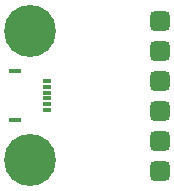
<source format=gts>
%TF.GenerationSoftware,KiCad,Pcbnew,5.99.0-unknown-dd5676f4bc~131~ubuntu20.04.1*%
%TF.CreationDate,2021-11-28T03:13:37-08:00*%
%TF.ProjectId,breakout,62726561-6b6f-4757-942e-6b696361645f,rev?*%
%TF.SameCoordinates,Original*%
%TF.FileFunction,Soldermask,Top*%
%TF.FilePolarity,Negative*%
%FSLAX46Y46*%
G04 Gerber Fmt 4.6, Leading zero omitted, Abs format (unit mm)*
G04 Created by KiCad (PCBNEW 5.99.0-unknown-dd5676f4bc~131~ubuntu20.04.1) date 2021-11-28 03:13:37*
%MOMM*%
%LPD*%
G01*
G04 APERTURE LIST*
G04 Aperture macros list*
%AMRoundRect*
0 Rectangle with rounded corners*
0 $1 Rounding radius*
0 $2 $3 $4 $5 $6 $7 $8 $9 X,Y pos of 4 corners*
0 Add a 4 corners polygon primitive as box body*
4,1,4,$2,$3,$4,$5,$6,$7,$8,$9,$2,$3,0*
0 Add four circle primitives for the rounded corners*
1,1,$1+$1,$2,$3*
1,1,$1+$1,$4,$5*
1,1,$1+$1,$6,$7*
1,1,$1+$1,$8,$9*
0 Add four rect primitives between the rounded corners*
20,1,$1+$1,$2,$3,$4,$5,0*
20,1,$1+$1,$4,$5,$6,$7,0*
20,1,$1+$1,$6,$7,$8,$9,0*
20,1,$1+$1,$8,$9,$2,$3,0*%
G04 Aperture macros list end*
%ADD10R,0.700000X0.300000*%
%ADD11R,1.000000X0.300000*%
%ADD12C,4.400000*%
%ADD13RoundRect,0.425000X-0.425000X-0.425000X0.425000X-0.425000X0.425000X0.425000X-0.425000X0.425000X0*%
G04 APERTURE END LIST*
D10*
%TO.C,J2*%
X118400000Y-96250000D03*
X118400000Y-96750000D03*
X118400000Y-97250000D03*
X118400000Y-97750000D03*
X118400000Y-98250000D03*
X118400000Y-98750000D03*
D11*
X115750000Y-99540000D03*
X115750000Y-95460000D03*
%TD*%
D12*
%TO.C,REF\u002A\u002A*%
X117000000Y-103000000D03*
%TD*%
D13*
%TO.C,J1*%
X128000000Y-91150000D03*
X128000000Y-93690000D03*
X128000000Y-96230000D03*
X128000000Y-98770000D03*
X128000000Y-101310000D03*
X128000000Y-103850000D03*
%TD*%
D12*
%TO.C,REF\u002A\u002A*%
X117000000Y-92000000D03*
%TD*%
M02*

</source>
